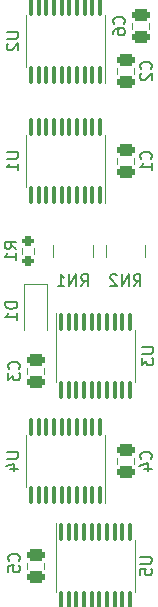
<source format=gbo>
G04 #@! TF.GenerationSoftware,KiCad,Pcbnew,(6.0.9)*
G04 #@! TF.CreationDate,2025-04-02T09:35:11+02:00*
G04 #@! TF.ProjectId,Sombrero_MSX_Goa'uld,536f6d62-7265-4726-9f5f-4d53585f476f,rev?*
G04 #@! TF.SameCoordinates,Original*
G04 #@! TF.FileFunction,Legend,Bot*
G04 #@! TF.FilePolarity,Positive*
%FSLAX46Y46*%
G04 Gerber Fmt 4.6, Leading zero omitted, Abs format (unit mm)*
G04 Created by KiCad (PCBNEW (6.0.9)) date 2025-04-02 09:35:11*
%MOMM*%
%LPD*%
G01*
G04 APERTURE LIST*
G04 Aperture macros list*
%AMRoundRect*
0 Rectangle with rounded corners*
0 $1 Rounding radius*
0 $2 $3 $4 $5 $6 $7 $8 $9 X,Y pos of 4 corners*
0 Add a 4 corners polygon primitive as box body*
4,1,4,$2,$3,$4,$5,$6,$7,$8,$9,$2,$3,0*
0 Add four circle primitives for the rounded corners*
1,1,$1+$1,$2,$3*
1,1,$1+$1,$4,$5*
1,1,$1+$1,$6,$7*
1,1,$1+$1,$8,$9*
0 Add four rect primitives between the rounded corners*
20,1,$1+$1,$2,$3,$4,$5,0*
20,1,$1+$1,$4,$5,$6,$7,0*
20,1,$1+$1,$6,$7,$8,$9,0*
20,1,$1+$1,$8,$9,$2,$3,0*%
G04 Aperture macros list end*
%ADD10C,0.150000*%
%ADD11C,0.120000*%
%ADD12R,2.400000X1.600000*%
%ADD13O,2.400000X1.600000*%
%ADD14R,1.600000X1.600000*%
%ADD15O,1.600000X1.600000*%
%ADD16RoundRect,0.100000X0.100000X-0.637500X0.100000X0.637500X-0.100000X0.637500X-0.100000X-0.637500X0*%
%ADD17RoundRect,0.100000X-0.100000X0.637500X-0.100000X-0.637500X0.100000X-0.637500X0.100000X0.637500X0*%
%ADD18RoundRect,0.250000X-0.475000X0.250000X-0.475000X-0.250000X0.475000X-0.250000X0.475000X0.250000X0*%
%ADD19R,0.500000X0.800000*%
%ADD20R,0.400000X0.800000*%
%ADD21R,1.200000X0.900000*%
%ADD22RoundRect,0.250000X0.475000X-0.250000X0.475000X0.250000X-0.475000X0.250000X-0.475000X-0.250000X0*%
%ADD23RoundRect,0.200000X-0.275000X0.200000X-0.275000X-0.200000X0.275000X-0.200000X0.275000X0.200000X0*%
G04 APERTURE END LIST*
D10*
X141057380Y-88138095D02*
X141866904Y-88138095D01*
X141962142Y-88185714D01*
X142009761Y-88233333D01*
X142057380Y-88328571D01*
X142057380Y-88519047D01*
X142009761Y-88614285D01*
X141962142Y-88661904D01*
X141866904Y-88709523D01*
X141057380Y-88709523D01*
X142057380Y-89709523D02*
X142057380Y-89138095D01*
X142057380Y-89423809D02*
X141057380Y-89423809D01*
X141200238Y-89328571D01*
X141295476Y-89233333D01*
X141343095Y-89138095D01*
X152360380Y-122428095D02*
X153169904Y-122428095D01*
X153265142Y-122475714D01*
X153312761Y-122523333D01*
X153360380Y-122618571D01*
X153360380Y-122809047D01*
X153312761Y-122904285D01*
X153265142Y-122951904D01*
X153169904Y-122999523D01*
X152360380Y-122999523D01*
X152360380Y-123951904D02*
X152360380Y-123475714D01*
X152836571Y-123428095D01*
X152788952Y-123475714D01*
X152741333Y-123570952D01*
X152741333Y-123809047D01*
X152788952Y-123904285D01*
X152836571Y-123951904D01*
X152931809Y-123999523D01*
X153169904Y-123999523D01*
X153265142Y-123951904D01*
X153312761Y-123904285D01*
X153360380Y-123809047D01*
X153360380Y-123570952D01*
X153312761Y-123475714D01*
X153265142Y-123428095D01*
X152487380Y-104648095D02*
X153296904Y-104648095D01*
X153392142Y-104695714D01*
X153439761Y-104743333D01*
X153487380Y-104838571D01*
X153487380Y-105029047D01*
X153439761Y-105124285D01*
X153392142Y-105171904D01*
X153296904Y-105219523D01*
X152487380Y-105219523D01*
X152487380Y-105600476D02*
X152487380Y-106219523D01*
X152868333Y-105886190D01*
X152868333Y-106029047D01*
X152915952Y-106124285D01*
X152963571Y-106171904D01*
X153058809Y-106219523D01*
X153296904Y-106219523D01*
X153392142Y-106171904D01*
X153439761Y-106124285D01*
X153487380Y-106029047D01*
X153487380Y-105743333D01*
X153439761Y-105648095D01*
X153392142Y-105600476D01*
X153265142Y-114133333D02*
X153312761Y-114085714D01*
X153360380Y-113942857D01*
X153360380Y-113847619D01*
X153312761Y-113704761D01*
X153217523Y-113609523D01*
X153122285Y-113561904D01*
X152931809Y-113514285D01*
X152788952Y-113514285D01*
X152598476Y-113561904D01*
X152503238Y-113609523D01*
X152408000Y-113704761D01*
X152360380Y-113847619D01*
X152360380Y-113942857D01*
X152408000Y-114085714D01*
X152455619Y-114133333D01*
X152693714Y-114990476D02*
X153360380Y-114990476D01*
X152312761Y-114752380D02*
X153027047Y-114514285D01*
X153027047Y-115133333D01*
X141057380Y-113538095D02*
X141866904Y-113538095D01*
X141962142Y-113585714D01*
X142009761Y-113633333D01*
X142057380Y-113728571D01*
X142057380Y-113919047D01*
X142009761Y-114014285D01*
X141962142Y-114061904D01*
X141866904Y-114109523D01*
X141057380Y-114109523D01*
X141390714Y-115014285D02*
X142057380Y-115014285D01*
X141009761Y-114776190D02*
X141724047Y-114538095D01*
X141724047Y-115157142D01*
X150979142Y-77303333D02*
X151026761Y-77255714D01*
X151074380Y-77112857D01*
X151074380Y-77017619D01*
X151026761Y-76874761D01*
X150931523Y-76779523D01*
X150836285Y-76731904D01*
X150645809Y-76684285D01*
X150502952Y-76684285D01*
X150312476Y-76731904D01*
X150217238Y-76779523D01*
X150122000Y-76874761D01*
X150074380Y-77017619D01*
X150074380Y-77112857D01*
X150122000Y-77255714D01*
X150169619Y-77303333D01*
X150074380Y-78160476D02*
X150074380Y-77970000D01*
X150122000Y-77874761D01*
X150169619Y-77827142D01*
X150312476Y-77731904D01*
X150502952Y-77684285D01*
X150883904Y-77684285D01*
X150979142Y-77731904D01*
X151026761Y-77779523D01*
X151074380Y-77874761D01*
X151074380Y-78065238D01*
X151026761Y-78160476D01*
X150979142Y-78208095D01*
X150883904Y-78255714D01*
X150645809Y-78255714D01*
X150550571Y-78208095D01*
X150502952Y-78160476D01*
X150455333Y-78065238D01*
X150455333Y-77874761D01*
X150502952Y-77779523D01*
X150550571Y-77731904D01*
X150645809Y-77684285D01*
X147375476Y-99512380D02*
X147708809Y-99036190D01*
X147946904Y-99512380D02*
X147946904Y-98512380D01*
X147565952Y-98512380D01*
X147470714Y-98560000D01*
X147423095Y-98607619D01*
X147375476Y-98702857D01*
X147375476Y-98845714D01*
X147423095Y-98940952D01*
X147470714Y-98988571D01*
X147565952Y-99036190D01*
X147946904Y-99036190D01*
X146946904Y-99512380D02*
X146946904Y-98512380D01*
X146375476Y-99512380D01*
X146375476Y-98512380D01*
X145375476Y-99512380D02*
X145946904Y-99512380D01*
X145661190Y-99512380D02*
X145661190Y-98512380D01*
X145756428Y-98655238D01*
X145851666Y-98750476D01*
X145946904Y-98798095D01*
X141962380Y-100861904D02*
X140962380Y-100861904D01*
X140962380Y-101100000D01*
X141010000Y-101242857D01*
X141105238Y-101338095D01*
X141200476Y-101385714D01*
X141390952Y-101433333D01*
X141533809Y-101433333D01*
X141724285Y-101385714D01*
X141819523Y-101338095D01*
X141914761Y-101242857D01*
X141962380Y-101100000D01*
X141962380Y-100861904D01*
X141962380Y-102385714D02*
X141962380Y-101814285D01*
X141962380Y-102100000D02*
X140962380Y-102100000D01*
X141105238Y-102004761D01*
X141200476Y-101909523D01*
X141248095Y-101814285D01*
X151820476Y-99512380D02*
X152153809Y-99036190D01*
X152391904Y-99512380D02*
X152391904Y-98512380D01*
X152010952Y-98512380D01*
X151915714Y-98560000D01*
X151868095Y-98607619D01*
X151820476Y-98702857D01*
X151820476Y-98845714D01*
X151868095Y-98940952D01*
X151915714Y-98988571D01*
X152010952Y-99036190D01*
X152391904Y-99036190D01*
X151391904Y-99512380D02*
X151391904Y-98512380D01*
X150820476Y-99512380D01*
X150820476Y-98512380D01*
X150391904Y-98607619D02*
X150344285Y-98560000D01*
X150249047Y-98512380D01*
X150010952Y-98512380D01*
X149915714Y-98560000D01*
X149868095Y-98607619D01*
X149820476Y-98702857D01*
X149820476Y-98798095D01*
X149868095Y-98940952D01*
X150439523Y-99512380D01*
X149820476Y-99512380D01*
X142089142Y-122769333D02*
X142136761Y-122721714D01*
X142184380Y-122578857D01*
X142184380Y-122483619D01*
X142136761Y-122340761D01*
X142041523Y-122245523D01*
X141946285Y-122197904D01*
X141755809Y-122150285D01*
X141612952Y-122150285D01*
X141422476Y-122197904D01*
X141327238Y-122245523D01*
X141232000Y-122340761D01*
X141184380Y-122483619D01*
X141184380Y-122578857D01*
X141232000Y-122721714D01*
X141279619Y-122769333D01*
X141184380Y-123674095D02*
X141184380Y-123197904D01*
X141660571Y-123150285D01*
X141612952Y-123197904D01*
X141565333Y-123293142D01*
X141565333Y-123531238D01*
X141612952Y-123626476D01*
X141660571Y-123674095D01*
X141755809Y-123721714D01*
X141993904Y-123721714D01*
X142089142Y-123674095D01*
X142136761Y-123626476D01*
X142184380Y-123531238D01*
X142184380Y-123293142D01*
X142136761Y-123197904D01*
X142089142Y-123150285D01*
X142089142Y-106513333D02*
X142136761Y-106465714D01*
X142184380Y-106322857D01*
X142184380Y-106227619D01*
X142136761Y-106084761D01*
X142041523Y-105989523D01*
X141946285Y-105941904D01*
X141755809Y-105894285D01*
X141612952Y-105894285D01*
X141422476Y-105941904D01*
X141327238Y-105989523D01*
X141232000Y-106084761D01*
X141184380Y-106227619D01*
X141184380Y-106322857D01*
X141232000Y-106465714D01*
X141279619Y-106513333D01*
X141184380Y-106846666D02*
X141184380Y-107465714D01*
X141565333Y-107132380D01*
X141565333Y-107275238D01*
X141612952Y-107370476D01*
X141660571Y-107418095D01*
X141755809Y-107465714D01*
X141993904Y-107465714D01*
X142089142Y-107418095D01*
X142136761Y-107370476D01*
X142184380Y-107275238D01*
X142184380Y-106989523D01*
X142136761Y-106894285D01*
X142089142Y-106846666D01*
X153265142Y-88733333D02*
X153312761Y-88685714D01*
X153360380Y-88542857D01*
X153360380Y-88447619D01*
X153312761Y-88304761D01*
X153217523Y-88209523D01*
X153122285Y-88161904D01*
X152931809Y-88114285D01*
X152788952Y-88114285D01*
X152598476Y-88161904D01*
X152503238Y-88209523D01*
X152408000Y-88304761D01*
X152360380Y-88447619D01*
X152360380Y-88542857D01*
X152408000Y-88685714D01*
X152455619Y-88733333D01*
X153360380Y-89685714D02*
X153360380Y-89114285D01*
X153360380Y-89400000D02*
X152360380Y-89400000D01*
X152503238Y-89304761D01*
X152598476Y-89209523D01*
X152646095Y-89114285D01*
X153265142Y-81113333D02*
X153312761Y-81065714D01*
X153360380Y-80922857D01*
X153360380Y-80827619D01*
X153312761Y-80684761D01*
X153217523Y-80589523D01*
X153122285Y-80541904D01*
X152931809Y-80494285D01*
X152788952Y-80494285D01*
X152598476Y-80541904D01*
X152503238Y-80589523D01*
X152408000Y-80684761D01*
X152360380Y-80827619D01*
X152360380Y-80922857D01*
X152408000Y-81065714D01*
X152455619Y-81113333D01*
X152455619Y-81494285D02*
X152408000Y-81541904D01*
X152360380Y-81637142D01*
X152360380Y-81875238D01*
X152408000Y-81970476D01*
X152455619Y-82018095D01*
X152550857Y-82065714D01*
X152646095Y-82065714D01*
X152788952Y-82018095D01*
X153360380Y-81446666D01*
X153360380Y-82065714D01*
X141057380Y-77978095D02*
X141866904Y-77978095D01*
X141962142Y-78025714D01*
X142009761Y-78073333D01*
X142057380Y-78168571D01*
X142057380Y-78359047D01*
X142009761Y-78454285D01*
X141962142Y-78501904D01*
X141866904Y-78549523D01*
X141057380Y-78549523D01*
X141152619Y-78978095D02*
X141105000Y-79025714D01*
X141057380Y-79120952D01*
X141057380Y-79359047D01*
X141105000Y-79454285D01*
X141152619Y-79501904D01*
X141247857Y-79549523D01*
X141343095Y-79549523D01*
X141485952Y-79501904D01*
X142057380Y-78930476D01*
X142057380Y-79549523D01*
X141897380Y-96353333D02*
X141421190Y-96020000D01*
X141897380Y-95781904D02*
X140897380Y-95781904D01*
X140897380Y-96162857D01*
X140945000Y-96258095D01*
X140992619Y-96305714D01*
X141087857Y-96353333D01*
X141230714Y-96353333D01*
X141325952Y-96305714D01*
X141373571Y-96258095D01*
X141421190Y-96162857D01*
X141421190Y-95781904D01*
X141897380Y-97305714D02*
X141897380Y-96734285D01*
X141897380Y-97020000D02*
X140897380Y-97020000D01*
X141040238Y-96924761D01*
X141135476Y-96829523D01*
X141183095Y-96734285D01*
D11*
X142665000Y-88900000D02*
X142665000Y-86700000D01*
X142665000Y-88900000D02*
X142665000Y-91100000D01*
X149435000Y-88900000D02*
X149435000Y-92500000D01*
X149435000Y-88900000D02*
X149435000Y-86700000D01*
X151975000Y-123190000D02*
X151975000Y-125390000D01*
X151975000Y-123190000D02*
X151975000Y-120990000D01*
X145205000Y-123190000D02*
X145205000Y-125390000D01*
X145205000Y-123190000D02*
X145205000Y-119590000D01*
X145205000Y-105410000D02*
X145205000Y-101810000D01*
X145205000Y-105410000D02*
X145205000Y-107610000D01*
X151975000Y-105410000D02*
X151975000Y-103210000D01*
X151975000Y-105410000D02*
X151975000Y-107610000D01*
X150395000Y-114038748D02*
X150395000Y-114561252D01*
X151865000Y-114038748D02*
X151865000Y-114561252D01*
X149435000Y-114300000D02*
X149435000Y-112100000D01*
X142665000Y-114300000D02*
X142665000Y-116500000D01*
X142665000Y-114300000D02*
X142665000Y-112100000D01*
X149435000Y-114300000D02*
X149435000Y-117900000D01*
X151665000Y-77208748D02*
X151665000Y-77731252D01*
X153135000Y-77208748D02*
X153135000Y-77731252D01*
X145005000Y-97020000D02*
X145005000Y-96020000D01*
X148365000Y-97020000D02*
X148365000Y-96020000D01*
X142510000Y-99350000D02*
X142510000Y-103250000D01*
X142510000Y-99350000D02*
X144510000Y-99350000D01*
X144510000Y-99350000D02*
X144510000Y-103250000D01*
X149450000Y-97020000D02*
X149450000Y-96020000D01*
X152810000Y-97020000D02*
X152810000Y-96020000D01*
X142775000Y-123451252D02*
X142775000Y-122928748D01*
X144245000Y-123451252D02*
X144245000Y-122928748D01*
X144245000Y-106418748D02*
X144245000Y-106941252D01*
X142775000Y-106418748D02*
X142775000Y-106941252D01*
X151865000Y-88638748D02*
X151865000Y-89161252D01*
X150395000Y-88638748D02*
X150395000Y-89161252D01*
X150395000Y-81018748D02*
X150395000Y-81541252D01*
X151865000Y-81018748D02*
X151865000Y-81541252D01*
X149435000Y-78740000D02*
X149435000Y-82340000D01*
X149435000Y-78740000D02*
X149435000Y-76540000D01*
X142665000Y-78740000D02*
X142665000Y-80940000D01*
X142665000Y-78740000D02*
X142665000Y-76540000D01*
X142352500Y-96282742D02*
X142352500Y-96757258D01*
X143397500Y-96282742D02*
X143397500Y-96757258D01*
%LPC*%
D12*
X137160000Y-77470000D03*
D13*
X137160000Y-80010000D03*
X137160000Y-82550000D03*
X137160000Y-85090000D03*
X137160000Y-87630000D03*
X137160000Y-90170000D03*
X137160000Y-92710000D03*
X137160000Y-95250000D03*
X137160000Y-97790000D03*
X137160000Y-100330000D03*
X137160000Y-102870000D03*
X137160000Y-105410000D03*
X137160000Y-107950000D03*
X137160000Y-110490000D03*
X137160000Y-113030000D03*
X137160000Y-115570000D03*
X137160000Y-118110000D03*
X137160000Y-120650000D03*
X137160000Y-123190000D03*
X137160000Y-125730000D03*
X157480000Y-125730000D03*
X157480000Y-123190000D03*
X157480000Y-120650000D03*
X157480000Y-118110000D03*
X157480000Y-115570000D03*
X157480000Y-113030000D03*
X157480000Y-110490000D03*
X157480000Y-107950000D03*
X157480000Y-105410000D03*
X157480000Y-102870000D03*
X157480000Y-100330000D03*
X157480000Y-97790000D03*
X157480000Y-95250000D03*
X157480000Y-92710000D03*
X157480000Y-90170000D03*
X157480000Y-87630000D03*
X157480000Y-85090000D03*
X157480000Y-82550000D03*
X157480000Y-80010000D03*
X157480000Y-77470000D03*
D14*
X139710000Y-76200000D03*
D15*
X139710000Y-78740000D03*
X139710000Y-81280000D03*
X139710000Y-83820000D03*
X139710000Y-86360000D03*
X139710000Y-88900000D03*
X139710000Y-91440000D03*
X139710000Y-93980000D03*
X139710000Y-96520000D03*
X139710000Y-99060000D03*
X139710000Y-101600000D03*
X139710000Y-104140000D03*
X139710000Y-106680000D03*
X139710000Y-109220000D03*
X139710000Y-111760000D03*
X139710000Y-114300000D03*
X139710000Y-116840000D03*
X139710000Y-119380000D03*
X139710000Y-121920000D03*
X139710000Y-124460000D03*
X154950000Y-124460000D03*
X154950000Y-121920000D03*
X154950000Y-119380000D03*
X154950000Y-116840000D03*
X154950000Y-114300000D03*
X154950000Y-111760000D03*
X154950000Y-109220000D03*
X154950000Y-106680000D03*
X154950000Y-104140000D03*
X154950000Y-101600000D03*
X154950000Y-99060000D03*
X154950000Y-96520000D03*
X154950000Y-93980000D03*
X154950000Y-91440000D03*
X154950000Y-88900000D03*
X154950000Y-86360000D03*
X154950000Y-83820000D03*
X154950000Y-81280000D03*
X154950000Y-78740000D03*
X154950000Y-76200000D03*
D16*
X148975000Y-91762500D03*
X148325000Y-91762500D03*
X147675000Y-91762500D03*
X147025000Y-91762500D03*
X146375000Y-91762500D03*
X145725000Y-91762500D03*
X145075000Y-91762500D03*
X144425000Y-91762500D03*
X143775000Y-91762500D03*
X143125000Y-91762500D03*
X143125000Y-86037500D03*
X143775000Y-86037500D03*
X144425000Y-86037500D03*
X145075000Y-86037500D03*
X145725000Y-86037500D03*
X146375000Y-86037500D03*
X147025000Y-86037500D03*
X147675000Y-86037500D03*
X148325000Y-86037500D03*
X148975000Y-86037500D03*
D17*
X145665000Y-120327500D03*
X146315000Y-120327500D03*
X146965000Y-120327500D03*
X147615000Y-120327500D03*
X148265000Y-120327500D03*
X148915000Y-120327500D03*
X149565000Y-120327500D03*
X150215000Y-120327500D03*
X150865000Y-120327500D03*
X151515000Y-120327500D03*
X151515000Y-126052500D03*
X150865000Y-126052500D03*
X150215000Y-126052500D03*
X149565000Y-126052500D03*
X148915000Y-126052500D03*
X148265000Y-126052500D03*
X147615000Y-126052500D03*
X146965000Y-126052500D03*
X146315000Y-126052500D03*
X145665000Y-126052500D03*
X145665000Y-102547500D03*
X146315000Y-102547500D03*
X146965000Y-102547500D03*
X147615000Y-102547500D03*
X148265000Y-102547500D03*
X148915000Y-102547500D03*
X149565000Y-102547500D03*
X150215000Y-102547500D03*
X150865000Y-102547500D03*
X151515000Y-102547500D03*
X151515000Y-108272500D03*
X150865000Y-108272500D03*
X150215000Y-108272500D03*
X149565000Y-108272500D03*
X148915000Y-108272500D03*
X148265000Y-108272500D03*
X147615000Y-108272500D03*
X146965000Y-108272500D03*
X146315000Y-108272500D03*
X145665000Y-108272500D03*
D18*
X151130000Y-113350000D03*
X151130000Y-115250000D03*
D16*
X148975000Y-117162500D03*
X148325000Y-117162500D03*
X147675000Y-117162500D03*
X147025000Y-117162500D03*
X146375000Y-117162500D03*
X145725000Y-117162500D03*
X145075000Y-117162500D03*
X144425000Y-117162500D03*
X143775000Y-117162500D03*
X143125000Y-117162500D03*
X143125000Y-111437500D03*
X143775000Y-111437500D03*
X144425000Y-111437500D03*
X145075000Y-111437500D03*
X145725000Y-111437500D03*
X146375000Y-111437500D03*
X147025000Y-111437500D03*
X147675000Y-111437500D03*
X148325000Y-111437500D03*
X148975000Y-111437500D03*
D18*
X152400000Y-76520000D03*
X152400000Y-78420000D03*
D19*
X145485000Y-95620000D03*
D20*
X146285000Y-95620000D03*
X147085000Y-95620000D03*
D19*
X147885000Y-95620000D03*
X147885000Y-97420000D03*
D20*
X147085000Y-97420000D03*
X146285000Y-97420000D03*
D19*
X145485000Y-97420000D03*
D21*
X143510000Y-99950000D03*
X143510000Y-103250000D03*
D19*
X149930000Y-95620000D03*
D20*
X150730000Y-95620000D03*
X151530000Y-95620000D03*
D19*
X152330000Y-95620000D03*
X152330000Y-97420000D03*
D20*
X151530000Y-97420000D03*
X150730000Y-97420000D03*
D19*
X149930000Y-97420000D03*
D22*
X143510000Y-124140000D03*
X143510000Y-122240000D03*
D18*
X143510000Y-105730000D03*
X143510000Y-107630000D03*
X151130000Y-87950000D03*
X151130000Y-89850000D03*
X151130000Y-80330000D03*
X151130000Y-82230000D03*
D16*
X148975000Y-81602500D03*
X148325000Y-81602500D03*
X147675000Y-81602500D03*
X147025000Y-81602500D03*
X146375000Y-81602500D03*
X145725000Y-81602500D03*
X145075000Y-81602500D03*
X144425000Y-81602500D03*
X143775000Y-81602500D03*
X143125000Y-81602500D03*
X143125000Y-75877500D03*
X143775000Y-75877500D03*
X144425000Y-75877500D03*
X145075000Y-75877500D03*
X145725000Y-75877500D03*
X146375000Y-75877500D03*
X147025000Y-75877500D03*
X147675000Y-75877500D03*
X148325000Y-75877500D03*
X148975000Y-75877500D03*
D23*
X142875000Y-95695000D03*
X142875000Y-97345000D03*
M02*

</source>
